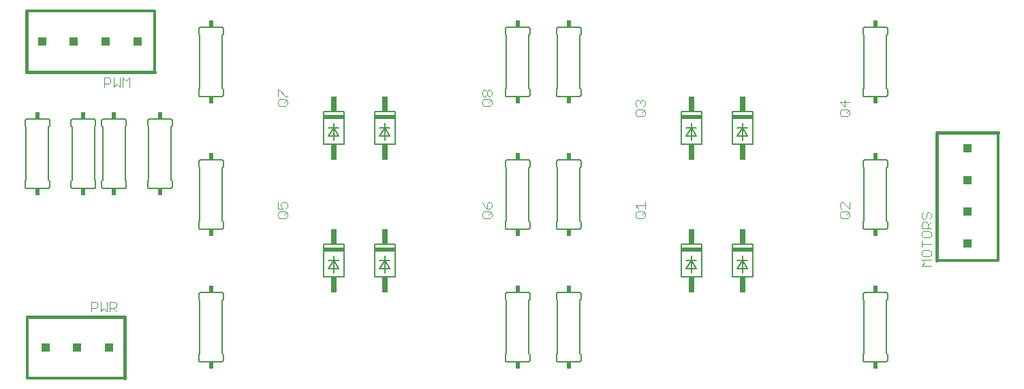
<source format=gto>
G75*
G70*
%OFA0B0*%
%FSLAX24Y24*%
%IPPOS*%
%LPD*%
%AMOC8*
5,1,8,0,0,1.08239X$1,22.5*
%
%ADD10C,0.0040*%
%ADD11C,0.0060*%
%ADD12R,0.1000X0.0200*%
%ADD13R,0.0300X0.0750*%
%ADD14R,0.0240X0.0340*%
%ADD15C,0.0160*%
%ADD16C,0.0120*%
%ADD17R,0.0400X0.0400*%
D10*
X004240Y005895D02*
X004240Y006355D01*
X004470Y006355D01*
X004547Y006279D01*
X004547Y006125D01*
X004470Y006048D01*
X004240Y006048D01*
X004700Y005895D02*
X004853Y006048D01*
X005007Y005895D01*
X005007Y006355D01*
X005160Y006355D02*
X005391Y006355D01*
X005467Y006279D01*
X005467Y006125D01*
X005391Y006048D01*
X005160Y006048D01*
X005160Y005895D02*
X005160Y006355D01*
X005314Y006048D02*
X005467Y005895D01*
X004700Y005895D02*
X004700Y006355D01*
X013370Y010551D02*
X013370Y010704D01*
X013447Y010781D01*
X013754Y010781D01*
X013831Y010704D01*
X013831Y010551D01*
X013754Y010474D01*
X013447Y010474D01*
X013370Y010551D01*
X013677Y010628D02*
X013831Y010781D01*
X013754Y010934D02*
X013831Y011011D01*
X013831Y011165D01*
X013754Y011241D01*
X013601Y011241D01*
X013524Y011165D01*
X013524Y011088D01*
X013601Y010934D01*
X013370Y010934D01*
X013370Y011241D01*
X013447Y015974D02*
X013370Y016051D01*
X013370Y016204D01*
X013447Y016281D01*
X013754Y016281D01*
X013831Y016204D01*
X013831Y016051D01*
X013754Y015974D01*
X013447Y015974D01*
X013677Y016128D02*
X013831Y016281D01*
X013831Y016434D02*
X013754Y016434D01*
X013447Y016741D01*
X013370Y016741D01*
X013370Y016434D01*
X006098Y016895D02*
X006098Y017355D01*
X005945Y017202D01*
X005791Y017355D01*
X005791Y016895D01*
X005638Y016895D02*
X005638Y017355D01*
X005331Y017355D02*
X005331Y016895D01*
X005485Y017048D01*
X005638Y016895D01*
X005178Y017125D02*
X005101Y017048D01*
X004871Y017048D01*
X004871Y016895D02*
X004871Y017355D01*
X005101Y017355D01*
X005178Y017279D01*
X005178Y017125D01*
X023370Y016665D02*
X023370Y016511D01*
X023447Y016434D01*
X023524Y016434D01*
X023601Y016511D01*
X023601Y016665D01*
X023677Y016741D01*
X023754Y016741D01*
X023831Y016665D01*
X023831Y016511D01*
X023754Y016434D01*
X023677Y016434D01*
X023601Y016511D01*
X023601Y016665D02*
X023524Y016741D01*
X023447Y016741D01*
X023370Y016665D01*
X023447Y016281D02*
X023754Y016281D01*
X023831Y016204D01*
X023831Y016051D01*
X023754Y015974D01*
X023447Y015974D01*
X023370Y016051D01*
X023370Y016204D01*
X023447Y016281D01*
X023677Y016128D02*
X023831Y016281D01*
X030870Y016165D02*
X030947Y016241D01*
X031024Y016241D01*
X031101Y016165D01*
X031177Y016241D01*
X031254Y016241D01*
X031331Y016165D01*
X031331Y016011D01*
X031254Y015934D01*
X031254Y015781D02*
X031331Y015704D01*
X031331Y015551D01*
X031254Y015474D01*
X030947Y015474D01*
X030870Y015551D01*
X030870Y015704D01*
X030947Y015781D01*
X031254Y015781D01*
X031331Y015781D02*
X031177Y015628D01*
X030947Y015934D02*
X030870Y016011D01*
X030870Y016165D01*
X031101Y016165D02*
X031101Y016088D01*
X040870Y016165D02*
X041101Y015934D01*
X041101Y016241D01*
X041331Y016165D02*
X040870Y016165D01*
X040947Y015781D02*
X041254Y015781D01*
X041331Y015704D01*
X041331Y015551D01*
X041254Y015474D01*
X040947Y015474D01*
X040870Y015551D01*
X040870Y015704D01*
X040947Y015781D01*
X041177Y015628D02*
X041331Y015781D01*
X041331Y011241D02*
X041331Y010934D01*
X041024Y011241D01*
X040947Y011241D01*
X040870Y011165D01*
X040870Y011011D01*
X040947Y010934D01*
X040947Y010781D02*
X041254Y010781D01*
X041331Y010704D01*
X041331Y010551D01*
X041254Y010474D01*
X040947Y010474D01*
X040870Y010551D01*
X040870Y010704D01*
X040947Y010781D01*
X041177Y010628D02*
X041331Y010781D01*
X044870Y010664D02*
X044870Y010511D01*
X044947Y010434D01*
X045024Y010434D01*
X045101Y010511D01*
X045101Y010664D01*
X045177Y010741D01*
X045254Y010741D01*
X045331Y010664D01*
X045331Y010511D01*
X045254Y010434D01*
X045331Y010281D02*
X045177Y010127D01*
X045177Y010204D02*
X045177Y009974D01*
X045331Y009974D02*
X044870Y009974D01*
X044870Y010204D01*
X044947Y010281D01*
X045101Y010281D01*
X045177Y010204D01*
X045254Y009821D02*
X044947Y009821D01*
X044870Y009744D01*
X044870Y009590D01*
X044947Y009514D01*
X045254Y009514D01*
X045331Y009590D01*
X045331Y009744D01*
X045254Y009821D01*
X044870Y009360D02*
X044870Y009053D01*
X044870Y009207D02*
X045331Y009207D01*
X045254Y008900D02*
X044947Y008900D01*
X044870Y008823D01*
X044870Y008670D01*
X044947Y008593D01*
X045254Y008593D01*
X045331Y008670D01*
X045331Y008823D01*
X045254Y008900D01*
X045331Y008439D02*
X044870Y008439D01*
X045024Y008286D01*
X044870Y008133D01*
X045331Y008133D01*
X044870Y010664D02*
X044947Y010741D01*
X031331Y010704D02*
X031331Y010551D01*
X031254Y010474D01*
X030947Y010474D01*
X030870Y010551D01*
X030870Y010704D01*
X030947Y010781D01*
X031254Y010781D01*
X031331Y010704D01*
X031331Y010781D02*
X031177Y010628D01*
X031024Y010934D02*
X030870Y011088D01*
X031331Y011088D01*
X031331Y011241D02*
X031331Y010934D01*
X023831Y011011D02*
X023831Y011165D01*
X023754Y011241D01*
X023677Y011241D01*
X023601Y011165D01*
X023601Y010934D01*
X023754Y010934D01*
X023831Y011011D01*
X023831Y010781D02*
X023677Y010628D01*
X023754Y010781D02*
X023831Y010704D01*
X023831Y010551D01*
X023754Y010474D01*
X023447Y010474D01*
X023370Y010551D01*
X023370Y010704D01*
X023447Y010781D01*
X023754Y010781D01*
X023601Y010934D02*
X023447Y011088D01*
X023370Y011241D01*
D11*
X024501Y010275D02*
X024551Y010325D01*
X024551Y012925D01*
X024501Y012975D01*
X024501Y013225D01*
X024503Y013242D01*
X024507Y013259D01*
X024514Y013275D01*
X024524Y013289D01*
X024537Y013302D01*
X024551Y013312D01*
X024567Y013319D01*
X024584Y013323D01*
X024601Y013325D01*
X025601Y013325D01*
X025618Y013323D01*
X025635Y013319D01*
X025651Y013312D01*
X025665Y013302D01*
X025678Y013289D01*
X025688Y013275D01*
X025695Y013259D01*
X025699Y013242D01*
X025701Y013225D01*
X025701Y012975D01*
X025651Y012925D01*
X025651Y010325D01*
X025701Y010275D01*
X025701Y010025D01*
X025699Y010008D01*
X025695Y009991D01*
X025688Y009975D01*
X025678Y009961D01*
X025665Y009948D01*
X025651Y009938D01*
X025635Y009931D01*
X025618Y009927D01*
X025601Y009925D01*
X024601Y009925D01*
X024584Y009927D01*
X024567Y009931D01*
X024551Y009938D01*
X024537Y009948D01*
X024524Y009961D01*
X024514Y009975D01*
X024507Y009991D01*
X024503Y010008D01*
X024501Y010025D01*
X024501Y010275D01*
X027001Y010275D02*
X027001Y010025D01*
X027003Y010008D01*
X027007Y009991D01*
X027014Y009975D01*
X027024Y009961D01*
X027037Y009948D01*
X027051Y009938D01*
X027067Y009931D01*
X027084Y009927D01*
X027101Y009925D01*
X028101Y009925D01*
X028118Y009927D01*
X028135Y009931D01*
X028151Y009938D01*
X028165Y009948D01*
X028178Y009961D01*
X028188Y009975D01*
X028195Y009991D01*
X028199Y010008D01*
X028201Y010025D01*
X028201Y010275D01*
X028151Y010325D01*
X028151Y012925D01*
X028201Y012975D01*
X028201Y013225D01*
X028199Y013242D01*
X028195Y013259D01*
X028188Y013275D01*
X028178Y013289D01*
X028165Y013302D01*
X028151Y013312D01*
X028135Y013319D01*
X028118Y013323D01*
X028101Y013325D01*
X027101Y013325D01*
X027084Y013323D01*
X027067Y013319D01*
X027051Y013312D01*
X027037Y013302D01*
X027024Y013289D01*
X027014Y013275D01*
X027007Y013259D01*
X027003Y013242D01*
X027001Y013225D01*
X027001Y012975D01*
X027051Y012925D01*
X027051Y010325D01*
X027001Y010275D01*
X033101Y009175D02*
X033101Y007575D01*
X034101Y007575D01*
X034101Y009175D01*
X033101Y009175D01*
X033601Y008625D02*
X033601Y008375D01*
X033351Y008375D01*
X033601Y008375D02*
X033851Y008375D01*
X033601Y008375D02*
X033851Y007975D01*
X033351Y007975D01*
X033601Y008375D01*
X033601Y007775D01*
X035601Y007575D02*
X036601Y007575D01*
X036601Y009175D01*
X035601Y009175D01*
X035601Y007575D01*
X035851Y007975D02*
X036101Y008375D01*
X035851Y008375D01*
X036101Y008375D02*
X036351Y008375D01*
X036101Y008375D02*
X036101Y008625D01*
X036101Y008375D02*
X036351Y007975D01*
X035851Y007975D01*
X036101Y007775D02*
X036101Y008375D01*
X042001Y010025D02*
X042001Y010275D01*
X042051Y010325D01*
X042051Y012925D01*
X042001Y012975D01*
X042001Y013225D01*
X042003Y013242D01*
X042007Y013259D01*
X042014Y013275D01*
X042024Y013289D01*
X042037Y013302D01*
X042051Y013312D01*
X042067Y013319D01*
X042084Y013323D01*
X042101Y013325D01*
X043101Y013325D01*
X043118Y013323D01*
X043135Y013319D01*
X043151Y013312D01*
X043165Y013302D01*
X043178Y013289D01*
X043188Y013275D01*
X043195Y013259D01*
X043199Y013242D01*
X043201Y013225D01*
X043201Y012975D01*
X043151Y012925D01*
X043151Y010325D01*
X043201Y010275D01*
X043201Y010025D01*
X043199Y010008D01*
X043195Y009991D01*
X043188Y009975D01*
X043178Y009961D01*
X043165Y009948D01*
X043151Y009938D01*
X043135Y009931D01*
X043118Y009927D01*
X043101Y009925D01*
X042101Y009925D01*
X042084Y009927D01*
X042067Y009931D01*
X042051Y009938D01*
X042037Y009948D01*
X042024Y009961D01*
X042014Y009975D01*
X042007Y009991D01*
X042003Y010008D01*
X042001Y010025D01*
X042101Y006825D02*
X043101Y006825D01*
X043118Y006823D01*
X043135Y006819D01*
X043151Y006812D01*
X043165Y006802D01*
X043178Y006789D01*
X043188Y006775D01*
X043195Y006759D01*
X043199Y006742D01*
X043201Y006725D01*
X043201Y006475D01*
X043151Y006425D01*
X043151Y003825D01*
X043201Y003775D01*
X043201Y003525D01*
X043199Y003508D01*
X043195Y003491D01*
X043188Y003475D01*
X043178Y003461D01*
X043165Y003448D01*
X043151Y003438D01*
X043135Y003431D01*
X043118Y003427D01*
X043101Y003425D01*
X042101Y003425D01*
X042084Y003427D01*
X042067Y003431D01*
X042051Y003438D01*
X042037Y003448D01*
X042024Y003461D01*
X042014Y003475D01*
X042007Y003491D01*
X042003Y003508D01*
X042001Y003525D01*
X042001Y003775D01*
X042051Y003825D01*
X042051Y006425D01*
X042001Y006475D01*
X042001Y006725D01*
X042003Y006742D01*
X042007Y006759D01*
X042014Y006775D01*
X042024Y006789D01*
X042037Y006802D01*
X042051Y006812D01*
X042067Y006819D01*
X042084Y006823D01*
X042101Y006825D01*
X028201Y006725D02*
X028201Y006475D01*
X028151Y006425D01*
X028151Y003825D01*
X028201Y003775D01*
X028201Y003525D01*
X028199Y003508D01*
X028195Y003491D01*
X028188Y003475D01*
X028178Y003461D01*
X028165Y003448D01*
X028151Y003438D01*
X028135Y003431D01*
X028118Y003427D01*
X028101Y003425D01*
X027101Y003425D01*
X027084Y003427D01*
X027067Y003431D01*
X027051Y003438D01*
X027037Y003448D01*
X027024Y003461D01*
X027014Y003475D01*
X027007Y003491D01*
X027003Y003508D01*
X027001Y003525D01*
X027001Y003775D01*
X027051Y003825D01*
X027051Y006425D01*
X027001Y006475D01*
X027001Y006725D01*
X027003Y006742D01*
X027007Y006759D01*
X027014Y006775D01*
X027024Y006789D01*
X027037Y006802D01*
X027051Y006812D01*
X027067Y006819D01*
X027084Y006823D01*
X027101Y006825D01*
X028101Y006825D01*
X028118Y006823D01*
X028135Y006819D01*
X028151Y006812D01*
X028165Y006802D01*
X028178Y006789D01*
X028188Y006775D01*
X028195Y006759D01*
X028199Y006742D01*
X028201Y006725D01*
X025701Y006725D02*
X025701Y006475D01*
X025651Y006425D01*
X025651Y003825D01*
X025701Y003775D01*
X025701Y003525D01*
X025699Y003508D01*
X025695Y003491D01*
X025688Y003475D01*
X025678Y003461D01*
X025665Y003448D01*
X025651Y003438D01*
X025635Y003431D01*
X025618Y003427D01*
X025601Y003425D01*
X024601Y003425D01*
X024584Y003427D01*
X024567Y003431D01*
X024551Y003438D01*
X024537Y003448D01*
X024524Y003461D01*
X024514Y003475D01*
X024507Y003491D01*
X024503Y003508D01*
X024501Y003525D01*
X024501Y003775D01*
X024551Y003825D01*
X024551Y006425D01*
X024501Y006475D01*
X024501Y006725D01*
X024503Y006742D01*
X024507Y006759D01*
X024514Y006775D01*
X024524Y006789D01*
X024537Y006802D01*
X024551Y006812D01*
X024567Y006819D01*
X024584Y006823D01*
X024601Y006825D01*
X025601Y006825D01*
X025618Y006823D01*
X025635Y006819D01*
X025651Y006812D01*
X025665Y006802D01*
X025678Y006789D01*
X025688Y006775D01*
X025695Y006759D01*
X025699Y006742D01*
X025701Y006725D01*
X019101Y007575D02*
X019101Y009175D01*
X018101Y009175D01*
X018101Y007575D01*
X019101Y007575D01*
X018851Y007975D02*
X018601Y008375D01*
X018351Y008375D01*
X018601Y008375D02*
X018601Y008625D01*
X018601Y008375D02*
X018851Y008375D01*
X018601Y008375D02*
X018601Y007775D01*
X018851Y007975D02*
X018351Y007975D01*
X018601Y008375D01*
X016601Y009175D02*
X015601Y009175D01*
X015601Y007575D01*
X016601Y007575D01*
X016601Y009175D01*
X016101Y008625D02*
X016101Y008375D01*
X015851Y008375D01*
X016101Y008375D02*
X016351Y008375D01*
X016101Y008375D02*
X016351Y007975D01*
X015851Y007975D01*
X016101Y008375D01*
X016101Y007775D01*
X010701Y006725D02*
X010701Y006475D01*
X010651Y006425D01*
X010651Y003825D01*
X010701Y003775D01*
X010701Y003525D01*
X010699Y003508D01*
X010695Y003491D01*
X010688Y003475D01*
X010678Y003461D01*
X010665Y003448D01*
X010651Y003438D01*
X010635Y003431D01*
X010618Y003427D01*
X010601Y003425D01*
X009601Y003425D01*
X009584Y003427D01*
X009567Y003431D01*
X009551Y003438D01*
X009537Y003448D01*
X009524Y003461D01*
X009514Y003475D01*
X009507Y003491D01*
X009503Y003508D01*
X009501Y003525D01*
X009501Y003775D01*
X009551Y003825D01*
X009551Y006425D01*
X009501Y006475D01*
X009501Y006725D01*
X009503Y006742D01*
X009507Y006759D01*
X009514Y006775D01*
X009524Y006789D01*
X009537Y006802D01*
X009551Y006812D01*
X009567Y006819D01*
X009584Y006823D01*
X009601Y006825D01*
X010601Y006825D01*
X010618Y006823D01*
X010635Y006819D01*
X010651Y006812D01*
X010665Y006802D01*
X010678Y006789D01*
X010688Y006775D01*
X010695Y006759D01*
X010699Y006742D01*
X010701Y006725D01*
X010601Y009925D02*
X009601Y009925D01*
X009584Y009927D01*
X009567Y009931D01*
X009551Y009938D01*
X009537Y009948D01*
X009524Y009961D01*
X009514Y009975D01*
X009507Y009991D01*
X009503Y010008D01*
X009501Y010025D01*
X009501Y010275D01*
X009551Y010325D01*
X009551Y012925D01*
X009501Y012975D01*
X009501Y013225D01*
X009503Y013242D01*
X009507Y013259D01*
X009514Y013275D01*
X009524Y013289D01*
X009537Y013302D01*
X009551Y013312D01*
X009567Y013319D01*
X009584Y013323D01*
X009601Y013325D01*
X010601Y013325D01*
X010618Y013323D01*
X010635Y013319D01*
X010651Y013312D01*
X010665Y013302D01*
X010678Y013289D01*
X010688Y013275D01*
X010695Y013259D01*
X010699Y013242D01*
X010701Y013225D01*
X010701Y012975D01*
X010651Y012925D01*
X010651Y010325D01*
X010701Y010275D01*
X010701Y010025D01*
X010699Y010008D01*
X010695Y009991D01*
X010688Y009975D01*
X010678Y009961D01*
X010665Y009948D01*
X010651Y009938D01*
X010635Y009931D01*
X010618Y009927D01*
X010601Y009925D01*
X008201Y012025D02*
X008201Y012275D01*
X008151Y012325D01*
X008151Y014925D01*
X008201Y014975D01*
X008201Y015225D01*
X008199Y015242D01*
X008195Y015259D01*
X008188Y015275D01*
X008178Y015289D01*
X008165Y015302D01*
X008151Y015312D01*
X008135Y015319D01*
X008118Y015323D01*
X008101Y015325D01*
X007101Y015325D01*
X007084Y015323D01*
X007067Y015319D01*
X007051Y015312D01*
X007037Y015302D01*
X007024Y015289D01*
X007014Y015275D01*
X007007Y015259D01*
X007003Y015242D01*
X007001Y015225D01*
X007001Y014975D01*
X007051Y014925D01*
X007051Y012325D01*
X007001Y012275D01*
X007001Y012025D01*
X007003Y012008D01*
X007007Y011991D01*
X007014Y011975D01*
X007024Y011961D01*
X007037Y011948D01*
X007051Y011938D01*
X007067Y011931D01*
X007084Y011927D01*
X007101Y011925D01*
X008101Y011925D01*
X008118Y011927D01*
X008135Y011931D01*
X008151Y011938D01*
X008165Y011948D01*
X008178Y011961D01*
X008188Y011975D01*
X008195Y011991D01*
X008199Y012008D01*
X008201Y012025D01*
X005951Y012025D02*
X005951Y012275D01*
X005901Y012325D01*
X005901Y014925D01*
X005951Y014975D01*
X005951Y015225D01*
X005949Y015242D01*
X005945Y015259D01*
X005938Y015275D01*
X005928Y015289D01*
X005915Y015302D01*
X005901Y015312D01*
X005885Y015319D01*
X005868Y015323D01*
X005851Y015325D01*
X004851Y015325D01*
X004834Y015323D01*
X004817Y015319D01*
X004801Y015312D01*
X004787Y015302D01*
X004774Y015289D01*
X004764Y015275D01*
X004757Y015259D01*
X004753Y015242D01*
X004751Y015225D01*
X004751Y014975D01*
X004801Y014925D01*
X004801Y012325D01*
X004751Y012275D01*
X004751Y012025D01*
X004753Y012008D01*
X004757Y011991D01*
X004764Y011975D01*
X004774Y011961D01*
X004787Y011948D01*
X004801Y011938D01*
X004817Y011931D01*
X004834Y011927D01*
X004851Y011925D01*
X005851Y011925D01*
X005868Y011927D01*
X005885Y011931D01*
X005901Y011938D01*
X005915Y011948D01*
X005928Y011961D01*
X005938Y011975D01*
X005945Y011991D01*
X005949Y012008D01*
X005951Y012025D01*
X004451Y012025D02*
X004451Y012275D01*
X004401Y012325D01*
X004401Y014925D01*
X004451Y014975D01*
X004451Y015225D01*
X004449Y015242D01*
X004445Y015259D01*
X004438Y015275D01*
X004428Y015289D01*
X004415Y015302D01*
X004401Y015312D01*
X004385Y015319D01*
X004368Y015323D01*
X004351Y015325D01*
X003351Y015325D01*
X003334Y015323D01*
X003317Y015319D01*
X003301Y015312D01*
X003287Y015302D01*
X003274Y015289D01*
X003264Y015275D01*
X003257Y015259D01*
X003253Y015242D01*
X003251Y015225D01*
X003251Y014975D01*
X003301Y014925D01*
X003301Y012325D01*
X003251Y012275D01*
X003251Y012025D01*
X003253Y012008D01*
X003257Y011991D01*
X003264Y011975D01*
X003274Y011961D01*
X003287Y011948D01*
X003301Y011938D01*
X003317Y011931D01*
X003334Y011927D01*
X003351Y011925D01*
X004351Y011925D01*
X004368Y011927D01*
X004385Y011931D01*
X004401Y011938D01*
X004415Y011948D01*
X004428Y011961D01*
X004438Y011975D01*
X004445Y011991D01*
X004449Y012008D01*
X004451Y012025D01*
X002201Y012025D02*
X002201Y012275D01*
X002151Y012325D01*
X002151Y014925D01*
X002201Y014975D01*
X002201Y015225D01*
X002199Y015242D01*
X002195Y015259D01*
X002188Y015275D01*
X002178Y015289D01*
X002165Y015302D01*
X002151Y015312D01*
X002135Y015319D01*
X002118Y015323D01*
X002101Y015325D01*
X001101Y015325D01*
X001084Y015323D01*
X001067Y015319D01*
X001051Y015312D01*
X001037Y015302D01*
X001024Y015289D01*
X001014Y015275D01*
X001007Y015259D01*
X001003Y015242D01*
X001001Y015225D01*
X001001Y014975D01*
X001051Y014925D01*
X001051Y012325D01*
X001001Y012275D01*
X001001Y012025D01*
X001003Y012008D01*
X001007Y011991D01*
X001014Y011975D01*
X001024Y011961D01*
X001037Y011948D01*
X001051Y011938D01*
X001067Y011931D01*
X001084Y011927D01*
X001101Y011925D01*
X002101Y011925D01*
X002118Y011927D01*
X002135Y011931D01*
X002151Y011938D01*
X002165Y011948D01*
X002178Y011961D01*
X002188Y011975D01*
X002195Y011991D01*
X002199Y012008D01*
X002201Y012025D01*
X009501Y016525D02*
X009501Y016775D01*
X009551Y016825D01*
X009551Y019425D01*
X009501Y019475D01*
X009501Y019725D01*
X009503Y019742D01*
X009507Y019759D01*
X009514Y019775D01*
X009524Y019789D01*
X009537Y019802D01*
X009551Y019812D01*
X009567Y019819D01*
X009584Y019823D01*
X009601Y019825D01*
X010601Y019825D01*
X010618Y019823D01*
X010635Y019819D01*
X010651Y019812D01*
X010665Y019802D01*
X010678Y019789D01*
X010688Y019775D01*
X010695Y019759D01*
X010699Y019742D01*
X010701Y019725D01*
X010701Y019475D01*
X010651Y019425D01*
X010651Y016825D01*
X010701Y016775D01*
X010701Y016525D01*
X010699Y016508D01*
X010695Y016491D01*
X010688Y016475D01*
X010678Y016461D01*
X010665Y016448D01*
X010651Y016438D01*
X010635Y016431D01*
X010618Y016427D01*
X010601Y016425D01*
X009601Y016425D01*
X009584Y016427D01*
X009567Y016431D01*
X009551Y016438D01*
X009537Y016448D01*
X009524Y016461D01*
X009514Y016475D01*
X009507Y016491D01*
X009503Y016508D01*
X009501Y016525D01*
X015601Y015675D02*
X015601Y014075D01*
X016601Y014075D01*
X016601Y015675D01*
X015601Y015675D01*
X016101Y015125D02*
X016101Y014875D01*
X015851Y014875D01*
X016101Y014875D02*
X015851Y014475D01*
X016351Y014475D01*
X016101Y014875D01*
X016351Y014875D01*
X016101Y014875D02*
X016101Y014275D01*
X018101Y014075D02*
X019101Y014075D01*
X019101Y015675D01*
X018101Y015675D01*
X018101Y014075D01*
X018601Y014275D02*
X018601Y014875D01*
X018351Y014875D01*
X018601Y014875D02*
X018351Y014475D01*
X018851Y014475D01*
X018601Y014875D01*
X018851Y014875D01*
X018601Y014875D02*
X018601Y015125D01*
X024501Y016525D02*
X024501Y016775D01*
X024551Y016825D01*
X024551Y019425D01*
X024501Y019475D01*
X024501Y019725D01*
X024503Y019742D01*
X024507Y019759D01*
X024514Y019775D01*
X024524Y019789D01*
X024537Y019802D01*
X024551Y019812D01*
X024567Y019819D01*
X024584Y019823D01*
X024601Y019825D01*
X025601Y019825D01*
X025618Y019823D01*
X025635Y019819D01*
X025651Y019812D01*
X025665Y019802D01*
X025678Y019789D01*
X025688Y019775D01*
X025695Y019759D01*
X025699Y019742D01*
X025701Y019725D01*
X025701Y019475D01*
X025651Y019425D01*
X025651Y016825D01*
X025701Y016775D01*
X025701Y016525D01*
X025699Y016508D01*
X025695Y016491D01*
X025688Y016475D01*
X025678Y016461D01*
X025665Y016448D01*
X025651Y016438D01*
X025635Y016431D01*
X025618Y016427D01*
X025601Y016425D01*
X024601Y016425D01*
X024584Y016427D01*
X024567Y016431D01*
X024551Y016438D01*
X024537Y016448D01*
X024524Y016461D01*
X024514Y016475D01*
X024507Y016491D01*
X024503Y016508D01*
X024501Y016525D01*
X027001Y016525D02*
X027001Y016775D01*
X027051Y016825D01*
X027051Y019425D01*
X027001Y019475D01*
X027001Y019725D01*
X027003Y019742D01*
X027007Y019759D01*
X027014Y019775D01*
X027024Y019789D01*
X027037Y019802D01*
X027051Y019812D01*
X027067Y019819D01*
X027084Y019823D01*
X027101Y019825D01*
X028101Y019825D01*
X028118Y019823D01*
X028135Y019819D01*
X028151Y019812D01*
X028165Y019802D01*
X028178Y019789D01*
X028188Y019775D01*
X028195Y019759D01*
X028199Y019742D01*
X028201Y019725D01*
X028201Y019475D01*
X028151Y019425D01*
X028151Y016825D01*
X028201Y016775D01*
X028201Y016525D01*
X028199Y016508D01*
X028195Y016491D01*
X028188Y016475D01*
X028178Y016461D01*
X028165Y016448D01*
X028151Y016438D01*
X028135Y016431D01*
X028118Y016427D01*
X028101Y016425D01*
X027101Y016425D01*
X027084Y016427D01*
X027067Y016431D01*
X027051Y016438D01*
X027037Y016448D01*
X027024Y016461D01*
X027014Y016475D01*
X027007Y016491D01*
X027003Y016508D01*
X027001Y016525D01*
X033101Y015675D02*
X033101Y014075D01*
X034101Y014075D01*
X034101Y015675D01*
X033101Y015675D01*
X033601Y015125D02*
X033601Y014875D01*
X033351Y014875D01*
X033601Y014875D02*
X033851Y014875D01*
X033601Y014875D02*
X033351Y014475D01*
X033851Y014475D01*
X033601Y014875D01*
X033601Y014275D01*
X035601Y014075D02*
X036601Y014075D01*
X036601Y015675D01*
X035601Y015675D01*
X035601Y014075D01*
X036101Y014275D02*
X036101Y014875D01*
X035851Y014875D01*
X036101Y014875D02*
X036351Y014875D01*
X036101Y014875D02*
X035851Y014475D01*
X036351Y014475D01*
X036101Y014875D01*
X036101Y015125D01*
X042001Y016525D02*
X042001Y016775D01*
X042051Y016825D01*
X042051Y019425D01*
X042001Y019475D01*
X042001Y019725D01*
X042003Y019742D01*
X042007Y019759D01*
X042014Y019775D01*
X042024Y019789D01*
X042037Y019802D01*
X042051Y019812D01*
X042067Y019819D01*
X042084Y019823D01*
X042101Y019825D01*
X043101Y019825D01*
X043118Y019823D01*
X043135Y019819D01*
X043151Y019812D01*
X043165Y019802D01*
X043178Y019789D01*
X043188Y019775D01*
X043195Y019759D01*
X043199Y019742D01*
X043201Y019725D01*
X043201Y019475D01*
X043151Y019425D01*
X043151Y016825D01*
X043201Y016775D01*
X043201Y016525D01*
X043199Y016508D01*
X043195Y016491D01*
X043188Y016475D01*
X043178Y016461D01*
X043165Y016448D01*
X043151Y016438D01*
X043135Y016431D01*
X043118Y016427D01*
X043101Y016425D01*
X042101Y016425D01*
X042084Y016427D01*
X042067Y016431D01*
X042051Y016438D01*
X042037Y016448D01*
X042024Y016461D01*
X042014Y016475D01*
X042007Y016491D01*
X042003Y016508D01*
X042001Y016525D01*
D12*
X036101Y015425D03*
X033601Y015425D03*
X033601Y008925D03*
X036101Y008925D03*
X018601Y008925D03*
X016101Y008925D03*
X016101Y015425D03*
X018601Y015425D03*
D13*
X018601Y016050D03*
X016101Y016050D03*
X016101Y013700D03*
X018601Y013700D03*
X018601Y009550D03*
X016101Y009550D03*
X016101Y007200D03*
X018601Y007200D03*
X033601Y007200D03*
X036101Y007200D03*
X036101Y009550D03*
X033601Y009550D03*
X033601Y013700D03*
X036101Y013700D03*
X036101Y016050D03*
X033601Y016050D03*
D14*
X027601Y016255D03*
X025101Y016255D03*
X025101Y013495D03*
X027601Y013495D03*
X027601Y009755D03*
X025101Y009755D03*
X025101Y006995D03*
X027601Y006995D03*
X027601Y003255D03*
X025101Y003255D03*
X010101Y003255D03*
X010101Y006995D03*
X010101Y009755D03*
X007601Y011755D03*
X005351Y011755D03*
X003851Y011755D03*
X001601Y011755D03*
X001601Y015495D03*
X003851Y015495D03*
X005351Y015495D03*
X007601Y015495D03*
X010101Y016255D03*
X010101Y013495D03*
X010101Y019995D03*
X025101Y019995D03*
X027601Y019995D03*
X042601Y019995D03*
X042601Y016255D03*
X042601Y013495D03*
X042601Y009755D03*
X042601Y006995D03*
X042601Y003255D03*
D15*
X045601Y008395D02*
X045601Y014645D01*
X048601Y014645D01*
X007331Y017625D02*
X001081Y017625D01*
X001081Y020625D01*
X001121Y005625D02*
X005871Y005625D01*
X005871Y002625D01*
D16*
X001101Y002625D02*
X001101Y005625D01*
X001121Y002625D02*
X005871Y002625D01*
X007351Y017625D02*
X007351Y020625D01*
X007331Y020625D02*
X001081Y020625D01*
X045601Y008375D02*
X048601Y008375D01*
X048601Y008395D02*
X048601Y014645D01*
D17*
X047101Y013895D03*
X047101Y012335D03*
X047101Y010775D03*
X047101Y009215D03*
X006511Y019125D03*
X004951Y019125D03*
X003391Y019125D03*
X001831Y019125D03*
X002001Y004125D03*
X003561Y004125D03*
X005121Y004125D03*
M02*

</source>
